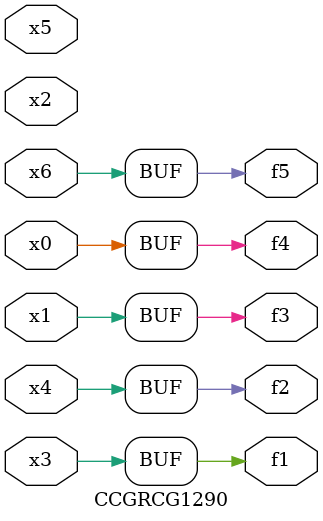
<source format=v>
module CCGRCG1290(
	input x0, x1, x2, x3, x4, x5, x6,
	output f1, f2, f3, f4, f5
);
	assign f1 = x3;
	assign f2 = x4;
	assign f3 = x1;
	assign f4 = x0;
	assign f5 = x6;
endmodule

</source>
